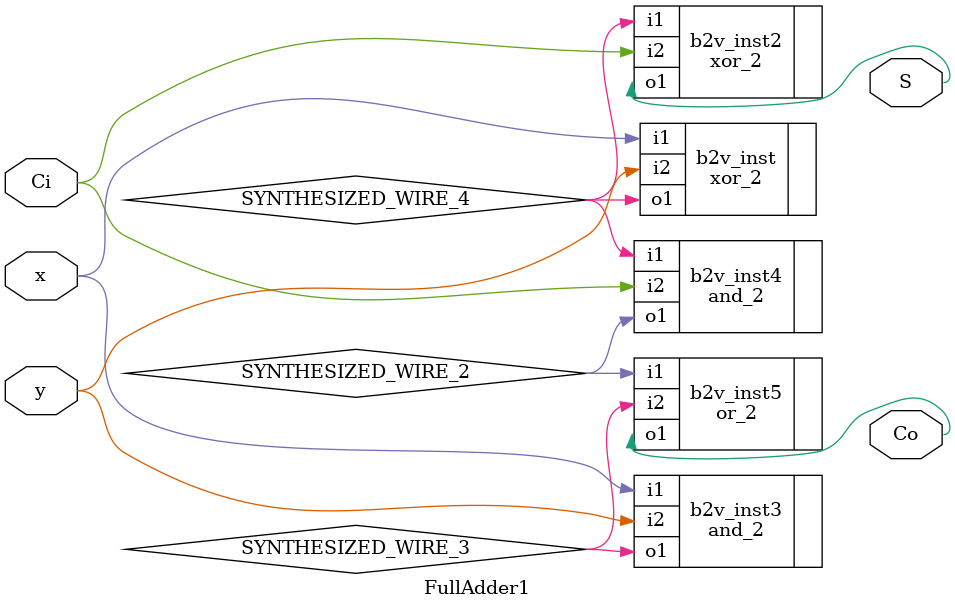
<source format=v>


module FullAdder1(
	x,
	y,
	Ci,
	S,
	Co
);


input wire	x;
input wire	y;
input wire	Ci;
output wire	S;
output wire	Co;

wire	SYNTHESIZED_WIRE_4;
wire	SYNTHESIZED_WIRE_2;
wire	SYNTHESIZED_WIRE_3;





xor_2	b2v_inst(
	.i1(x),
	.i2(y),
	.o1(SYNTHESIZED_WIRE_4));


xor_2	b2v_inst2(
	.i1(SYNTHESIZED_WIRE_4),
	.i2(Ci),
	.o1(S));


and_2	b2v_inst3(
	.i1(x),
	.i2(y),
	.o1(SYNTHESIZED_WIRE_3));


and_2	b2v_inst4(
	.i1(SYNTHESIZED_WIRE_4),
	.i2(Ci),
	.o1(SYNTHESIZED_WIRE_2));


or_2	b2v_inst5(
	.i1(SYNTHESIZED_WIRE_2),
	.i2(SYNTHESIZED_WIRE_3),
	.o1(Co));


endmodule

</source>
